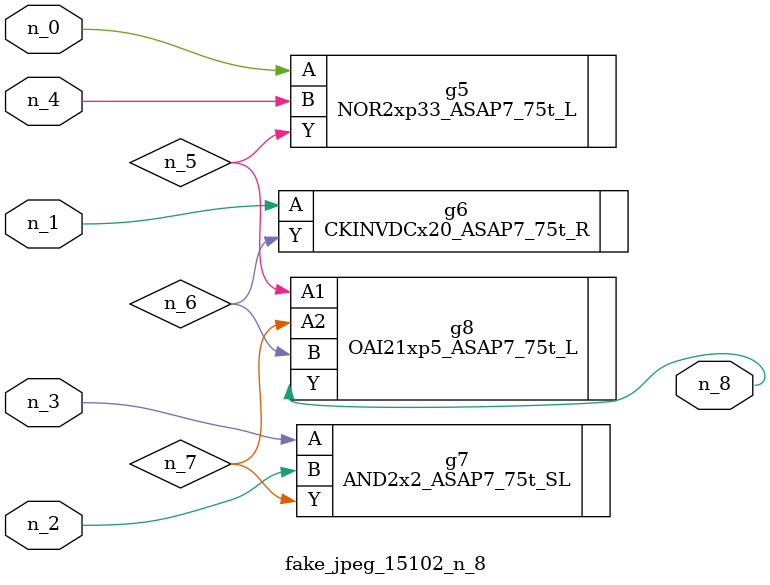
<source format=v>
module fake_jpeg_15102_n_8 (n_3, n_2, n_1, n_0, n_4, n_8);

input n_3;
input n_2;
input n_1;
input n_0;
input n_4;

output n_8;

wire n_6;
wire n_5;
wire n_7;

NOR2xp33_ASAP7_75t_L g5 ( 
.A(n_0),
.B(n_4),
.Y(n_5)
);

CKINVDCx20_ASAP7_75t_R g6 ( 
.A(n_1),
.Y(n_6)
);

AND2x2_ASAP7_75t_SL g7 ( 
.A(n_3),
.B(n_2),
.Y(n_7)
);

OAI21xp5_ASAP7_75t_L g8 ( 
.A1(n_5),
.A2(n_7),
.B(n_6),
.Y(n_8)
);


endmodule
</source>
